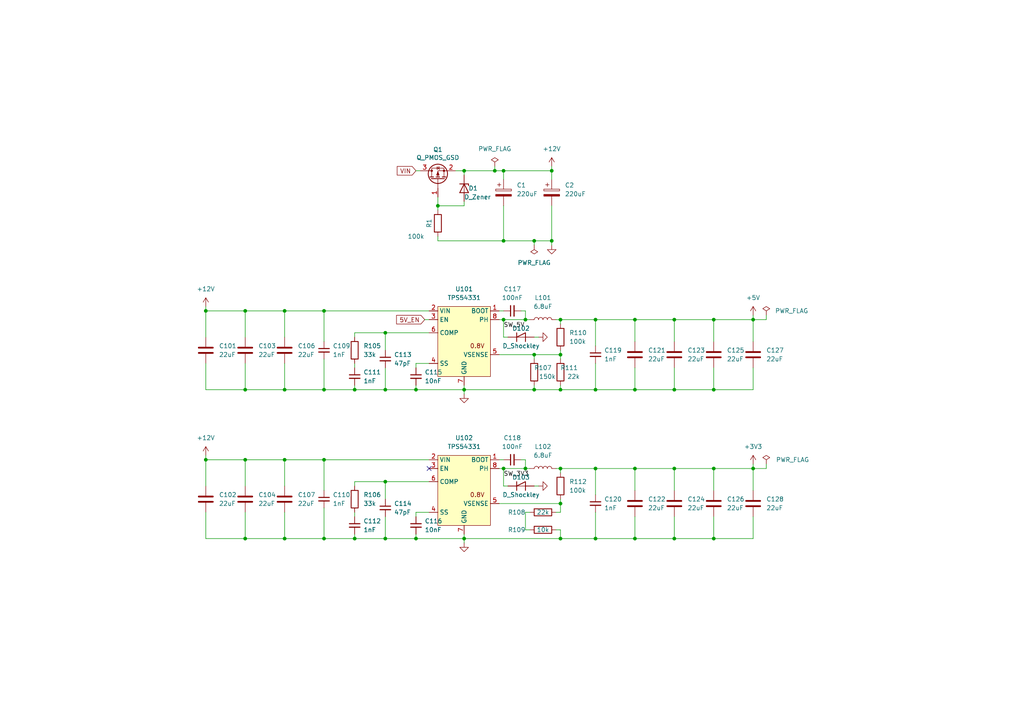
<source format=kicad_sch>
(kicad_sch (version 20211123) (generator eeschema)
  (paper "A4")
  (lib_symbols
    (symbol "Device:C" (pin_numbers hide) (pin_names (offset 0.254))
      (property "Reference" "C" (at 0.635 2.54 0))
      (property "Value" "C" (at 0.635 -2.54 0))
      (symbol "C_0_1"
        (polyline (pts (xy -2.032 -0.762) (xy 2.032 -0.762)) (stroke (width 0.508)))
        (polyline (pts (xy -2.032 0.762) (xy 2.032 0.762)) (stroke (width 0.508)))
      )
      (symbol "C_1_1"
        (pin passive line (at 0 3.81 270) (length 2.794) (name "~") (number "1"))
        (pin passive line (at 0 -3.81 90) (length 2.794) (name "~") (number "2"))
      )
    )
    (symbol "Device:C_Polarized" (pin_numbers hide) (pin_names (offset 0.254))
      (property "Reference" "C" (at 0.635 2.54 0))
      (property "Value" "C_Polarized" (at 0.635 -2.54 0))
      (symbol "C_Polarized_0_1"
        (rectangle (start -2.286 0.508) (end 2.286 1.016))
        (polyline (pts (xy -1.778 2.286) (xy -0.762 2.286)))
        (polyline (pts (xy -1.27 2.794) (xy -1.27 1.778)))
        (rectangle (start 2.286 -0.508) (end -2.286 -1.016) (fill (type outline)))
      )
      (symbol "C_Polarized_1_1"
        (pin passive line (at 0 3.81 270) (length 2.794) (name "~") (number "1"))
        (pin passive line (at 0 -3.81 90) (length 2.794) (name "~") (number "2"))
      )
    )
    (symbol "Device:C_Small" (pin_numbers hide) (pin_names (offset 0.254) hide)
      (property "Reference" "C" (at 0.254 1.778 0))
      (property "Value" "C_Small" (at 0.254 -2.032 0))
      (symbol "C_Small_0_1"
        (polyline (pts (xy -1.524 -0.508) (xy 1.524 -0.508)) (stroke (width 0.3302)))
        (polyline (pts (xy -1.524 0.508) (xy 1.524 0.508)) (stroke (width 0.3048)))
      )
      (symbol "C_Small_1_1"
        (pin passive line (at 0 2.54 270) (length 2.032) (name "~") (number "1"))
        (pin passive line (at 0 -2.54 90) (length 2.032) (name "~") (number "2"))
      )
    )
    (symbol "Device:D_Shockley" (pin_numbers hide) (pin_names (offset 1.016) hide)
      (property "Reference" "D" (at 0 2.54 0))
      (property "Value" "D_Shockley" (at 0 -2.54 0))
      (symbol "D_Shockley_0_1"
        (polyline (pts (xy -1.27 0) (xy 1.27 0)))
        (polyline (pts (xy -1.27 1.27) (xy -1.27 -1.27)) (stroke (width 0.254)))
        (polyline (pts (xy -1.27 0) (xy 1.27 1.27) (xy 1.27 -1.27)) (stroke (width 0.254)))
      )
      (symbol "D_Shockley_1_1"
        (pin passive line (at -3.81 0 0) (length 2.54) (name "K") (number "1"))
        (pin passive line (at 3.81 0 180) (length 2.54) (name "A") (number "2"))
      )
    )
    (symbol "Device:D_Zener" (pin_numbers hide) (pin_names (offset 1.016) hide)
      (property "Reference" "D" (at 0 2.54 0))
      (property "Value" "D_Zener" (at 0 -2.54 0))
      (symbol "D_Zener_0_1"
        (polyline (pts (xy 1.27 0) (xy -1.27 0)))
        (polyline (pts (xy -1.27 -1.27) (xy -1.27 1.27) (xy -0.762 1.27)) (stroke (width 0.254)))
        (polyline (pts (xy 1.27 -1.27) (xy 1.27 1.27) (xy -1.27 0) (xy 1.27 -1.27)) (stroke (width 0.254)))
      )
      (symbol "D_Zener_1_1"
        (pin passive line (at -3.81 0 0) (length 2.54) (name "K") (number "1"))
        (pin passive line (at 3.81 0 180) (length 2.54) (name "A") (number "2"))
      )
    )
    (symbol "Device:L" (pin_numbers hide) (pin_names (offset 1.016) hide)
      (property "Reference" "L" (at -1.27 0 90))
      (property "Value" "L" (at 1.905 0 90))
      (symbol "L_0_1"
        (arc (start 0 -2.54) (mid 0.635 -1.905) (end 0 -1.27))
        (arc (start 0 -1.27) (mid 0.635 -0.635) (end 0 0))
        (arc (start 0 0) (mid 0.635 0.635) (end 0 1.27))
        (arc (start 0 1.27) (mid 0.635 1.905) (end 0 2.54))
      )
      (symbol "L_1_1"
        (pin passive line (at 0 3.81 270) (length 1.27) (name "1") (number "1"))
        (pin passive line (at 0 -3.81 90) (length 1.27) (name "2") (number "2"))
      )
    )
    (symbol "Device:Q_PMOS_GSD" (pin_names (offset 0) hide)
      (property "Reference" "Q" (at 5.08 1.27 0))
      (property "Value" "Q_PMOS_GSD" (at 5.08 -1.27 0))
      (symbol "Q_PMOS_GSD_0_1"
        (polyline (pts (xy 0.254 0) (xy -2.54 0)))
        (polyline (pts (xy 0.254 1.905) (xy 0.254 -1.905)) (stroke (width 0.254)))
        (polyline (pts (xy 0.762 -1.27) (xy 0.762 -2.286)) (stroke (width 0.254)))
        (polyline (pts (xy 0.762 0.508) (xy 0.762 -0.508)) (stroke (width 0.254)))
        (polyline (pts (xy 0.762 2.286) (xy 0.762 1.27)) (stroke (width 0.254)))
        (polyline (pts (xy 2.54 2.54) (xy 2.54 1.778)))
        (polyline (pts (xy 2.54 -2.54) (xy 2.54 0) (xy 0.762 0)))
        (polyline (pts (xy 0.762 1.778) (xy 3.302 1.778) (xy 3.302 -1.778) (xy 0.762 -1.778)))
        (polyline (pts (xy 2.286 0) (xy 1.27 0.381) (xy 1.27 -0.381) (xy 2.286 0)) (fill (type outline)))
        (polyline (pts (xy 2.794 -0.508) (xy 2.921 -0.381) (xy 3.683 -0.381) (xy 3.81 -0.254)))
        (polyline (pts (xy 3.302 -0.381) (xy 2.921 0.254) (xy 3.683 0.254) (xy 3.302 -0.381)))
        (circle (center 1.651 0) (radius 2.794) (stroke (width 0.254)))
        (circle (center 2.54 -1.778) (radius 0.254) (fill (type outline)))
        (circle (center 2.54 1.778) (radius 0.254) (fill (type outline)))
      )
      (symbol "Q_PMOS_GSD_1_1"
        (pin input line (at -5.08 0 0) (length 2.54) (name "G") (number "1"))
        (pin passive line (at 2.54 -5.08 90) (length 2.54) (name "S") (number "2"))
        (pin passive line (at 2.54 5.08 270) (length 2.54) (name "D") (number "3"))
      )
    )
    (symbol "Device:R" (pin_numbers hide) (pin_names (offset 0))
      (property "Reference" "R" (at 2.032 0 90))
      (property "Value" "R" (at 0 0 90))
      (symbol "R_0_1"
        (rectangle (start -1.016 -2.54) (end 1.016 2.54) (stroke (width 0.254)))
      )
      (symbol "R_1_1"
        (pin passive line (at 0 3.81 270) (length 1.27) (name "~") (number "1"))
        (pin passive line (at 0 -3.81 90) (length 1.27) (name "~") (number "2"))
      )
    )
    (symbol "TPS54331_1"
      (property "Reference" "U" (at 0 0 0))
      (property "Value" "TPS54331_1" (at 0 2.54 0))
      (symbol "TPS54331_1_0_0"
        (text "0.8V" (at 5.08 -15.24 0) (effects (font (size 1.27 1.27))))
      )
      (symbol "TPS54331_1_0_1"
        (rectangle (start -6.35 -3.81) (end 8.89 -24.13) (fill (type background)))
      )
      (symbol "TPS54331_1_1_1"
        (pin input line (at 11.43 -5.08 180) (length 2.54) (name "BOOT") (number "1"))
        (pin input line (at -8.89 -5.08 0) (length 2.54) (name "VIN") (number "2"))
        (pin input line (at -8.89 -7.62 0) (length 2.54) (name "EN") (number "3"))
        (pin input line (at -8.89 -20.32 0) (length 2.54) (name "SS") (number "4"))
        (pin input line (at 11.43 -17.78 180) (length 2.54) (name "VSENSE") (number "5"))
        (pin input line (at -8.89 -11.43 0) (length 2.54) (name "COMP") (number "6"))
        (pin input line (at 1.27 -26.67 90) (length 2.54) (name "GND") (number "7"))
        (pin input line (at 11.43 -7.62 180) (length 2.54) (name "PH") (number "8"))
      )
    )
    (symbol "cacophony-symbols:TPS54331"
      (property "Reference" "U" (at 0 0 0))
      (property "Value" "TPS54331" (at 0 2.54 0))
      (symbol "TPS54331_0_0"
        (text "0.8V" (at 5.08 -15.24 0) (effects (font (size 1.27 1.27))))
      )
      (symbol "TPS54331_0_1"
        (rectangle (start -6.35 -3.81) (end 8.89 -24.13) (fill (type background)))
      )
      (symbol "TPS54331_1_1"
        (pin input line (at 11.43 -5.08 180) (length 2.54) (name "BOOT") (number "1"))
        (pin input line (at -8.89 -5.08 0) (length 2.54) (name "VIN") (number "2"))
        (pin input line (at -8.89 -7.62 0) (length 2.54) (name "EN") (number "3"))
        (pin input line (at -8.89 -20.32 0) (length 2.54) (name "SS") (number "4"))
        (pin input line (at 11.43 -17.78 180) (length 2.54) (name "VSENSE") (number "5"))
        (pin input line (at -8.89 -11.43 0) (length 2.54) (name "COMP") (number "6"))
        (pin input line (at 1.27 -26.67 90) (length 2.54) (name "GND") (number "7"))
        (pin input line (at 11.43 -7.62 180) (length 2.54) (name "PH") (number "8"))
      )
    )
    (symbol "power:+12V" (power) (pin_names (offset 0))
      (property "Value" "+12V" (at 0 3.556 0))
      (symbol "+12V_0_1"
        (polyline (pts (xy -0.762 1.27) (xy 0 2.54)))
        (polyline (pts (xy 0 0) (xy 0 2.54)))
        (polyline (pts (xy 0 2.54) (xy 0.762 1.27)))
      )
      (symbol "+12V_1_1"
        (pin power_in line (at 0 0 90) (length 0) hide (name "+12V") (number "1"))
      )
    )
    (symbol "power:+3V3" (power) (pin_names (offset 0))
      (property "Value" "+3V3" (at 0 3.556 0))
      (symbol "+3V3_0_1"
        (polyline (pts (xy -0.762 1.27) (xy 0 2.54)))
        (polyline (pts (xy 0 0) (xy 0 2.54)))
        (polyline (pts (xy 0 2.54) (xy 0.762 1.27)))
      )
      (symbol "+3V3_1_1"
        (pin power_in line (at 0 0 90) (length 0) hide (name "+3V3") (number "1"))
      )
    )
    (symbol "power:+5V" (power) (pin_names (offset 0))
      (property "Value" "+5V" (at 0 3.556 0))
      (symbol "+5V_0_1"
        (polyline (pts (xy -0.762 1.27) (xy 0 2.54)))
        (polyline (pts (xy 0 0) (xy 0 2.54)))
        (polyline (pts (xy 0 2.54) (xy 0.762 1.27)))
      )
      (symbol "+5V_1_1"
        (pin power_in line (at 0 0 90) (length 0) hide (name "+5V") (number "1"))
      )
    )
    (symbol "power:GND" (power) (pin_names (offset 0))
      (property "Value" "GND" (at 0 -3.81 0))
      (symbol "GND_0_1"
        (polyline (pts (xy 0 0) (xy 0 -1.27) (xy 1.27 -1.27) (xy 0 -2.54) (xy -1.27 -1.27) (xy 0 -1.27)))
      )
      (symbol "GND_1_1"
        (pin power_in line (at 0 0 270) (length 0) hide (name "GND") (number "1"))
      )
    )
    (symbol "power:PWR_FLAG" (power) (pin_numbers hide) (pin_names (offset 0) hide)
      (property "Value" "PWR_FLAG" (at 0 3.81 0))
      (symbol "PWR_FLAG_0_0"
        (pin power_out line (at 0 0 90) (length 0) (name "pwr") (number "1"))
      )
      (symbol "PWR_FLAG_0_1"
        (polyline (pts (xy 0 0) (xy 0 1.27) (xy -1.016 1.905) (xy 0 2.54) (xy 1.016 1.905) (xy 0 1.27)))
      )
    )
  )
  (junction (at 146.05 69.85))
  (junction (at 184.15 135.89))
  (junction (at 162.56 113.03))
  (junction (at 207.01 135.89))
  (junction (at 93.98 90.17))
  (junction (at 127 59.69))
  (junction (at 59.69 133.35))
  (junction (at 162.56 135.89))
  (junction (at 162.56 156.21))
  (junction (at 93.98 156.21))
  (junction (at 195.58 92.71))
  (junction (at 195.58 113.03))
  (junction (at 134.62 113.03))
  (junction (at 71.12 156.21))
  (junction (at 111.76 156.21))
  (junction (at 111.76 96.52))
  (junction (at 82.55 156.21))
  (junction (at 184.15 156.21))
  (junction (at 71.12 133.35))
  (junction (at 154.94 102.87))
  (junction (at 93.98 113.03))
  (junction (at 162.56 92.71))
  (junction (at 162.56 102.87))
  (junction (at 152.4 135.89))
  (junction (at 102.87 113.03))
  (junction (at 207.01 92.71))
  (junction (at 154.94 113.03))
  (junction (at 160.02 69.85))
  (junction (at 71.12 113.03))
  (junction (at 143.51 49.53))
  (junction (at 82.55 90.17))
  (junction (at 207.01 156.21))
  (junction (at 93.98 133.35))
  (junction (at 120.65 156.21))
  (junction (at 152.4 92.71))
  (junction (at 184.15 92.71))
  (junction (at 195.58 135.89))
  (junction (at 162.56 146.05))
  (junction (at 195.58 156.21))
  (junction (at 111.76 113.03))
  (junction (at 184.15 113.03))
  (junction (at 218.44 135.89))
  (junction (at 154.94 69.85))
  (junction (at 71.12 90.17))
  (junction (at 172.72 156.21))
  (junction (at 218.44 92.71))
  (junction (at 120.65 113.03))
  (junction (at 207.01 113.03))
  (junction (at 82.55 133.35))
  (junction (at 102.87 156.21))
  (junction (at 82.55 113.03))
  (junction (at 146.05 49.53))
  (junction (at 172.72 135.89))
  (junction (at 172.72 92.71))
  (junction (at 134.62 156.21))
  (junction (at 134.62 49.53))
  (junction (at 160.02 49.53))
  (junction (at 146.05 92.71))
  (junction (at 146.05 135.89))
  (junction (at 59.69 90.17))
  (junction (at 111.76 139.7))
  (junction (at 172.72 113.03))
  (no_connect (at 124.46 135.89))
  (wire (pts (xy 172.72 135.89) (xy 172.72 143.51)))
  (wire (pts (xy 127 59.69) (xy 134.62 59.69)))
  (wire (pts (xy 152.4 135.89) (xy 152.4 133.35)))
  (wire (pts (xy 154.94 113.03) (xy 162.56 113.03)))
  (wire (pts (xy 154.94 102.87) (xy 154.94 104.14)))
  (wire (pts (xy 82.55 90.17) (xy 93.98 90.17)))
  (wire (pts (xy 152.4 135.89) (xy 153.67 135.89)))
  (wire (pts (xy 222.25 92.71) (xy 222.25 91.44)))
  (wire (pts (xy 82.55 113.03) (xy 93.98 113.03)))
  (wire (pts (xy 218.44 92.71) (xy 218.44 99.06)))
  (wire (pts (xy 134.62 113.03) (xy 120.65 113.03)))
  (wire (pts (xy 154.94 69.85) (xy 154.94 71.12)))
  (wire (pts (xy 172.72 156.21) (xy 184.15 156.21)))
  (wire (pts (xy 154.94 97.79) (xy 156.21 97.79)))
  (wire (pts (xy 207.01 149.86) (xy 207.01 156.21)))
  (wire (pts (xy 218.44 135.89) (xy 218.44 142.24)))
  (wire (pts (xy 134.62 156.21) (xy 120.65 156.21)))
  (wire (pts (xy 184.15 113.03) (xy 195.58 113.03)))
  (wire (pts (xy 195.58 156.21) (xy 207.01 156.21)))
  (wire (pts (xy 172.72 135.89) (xy 184.15 135.89)))
  (wire (pts (xy 102.87 105.41) (xy 102.87 106.68)))
  (wire (pts (xy 184.15 135.89) (xy 184.15 142.24)))
  (wire (pts (xy 127 59.69) (xy 127 60.96)))
  (wire (pts (xy 134.62 49.53) (xy 134.62 50.8)))
  (wire (pts (xy 207.01 135.89) (xy 207.01 142.24)))
  (wire (pts (xy 160.02 49.53) (xy 160.02 52.07)))
  (wire (pts (xy 102.87 139.7) (xy 111.76 139.7)))
  (wire (pts (xy 132.08 49.53) (xy 134.62 49.53)))
  (wire (pts (xy 162.56 111.76) (xy 162.56 113.03)))
  (wire (pts (xy 147.32 140.97) (xy 146.05 140.97)))
  (wire (pts (xy 146.05 69.85) (xy 154.94 69.85)))
  (wire (pts (xy 154.94 102.87) (xy 162.56 102.87)))
  (wire (pts (xy 71.12 156.21) (xy 82.55 156.21)))
  (wire (pts (xy 184.15 92.71) (xy 195.58 92.71)))
  (wire (pts (xy 111.76 149.86) (xy 111.76 156.21)))
  (wire (pts (xy 120.65 149.86) (xy 120.65 148.59)))
  (wire (pts (xy 93.98 133.35) (xy 93.98 142.24)))
  (wire (pts (xy 127 68.58) (xy 127 69.85)))
  (wire (pts (xy 59.69 113.03) (xy 71.12 113.03)))
  (wire (pts (xy 93.98 113.03) (xy 102.87 113.03)))
  (wire (pts (xy 134.62 49.53) (xy 143.51 49.53)))
  (wire (pts (xy 184.15 156.21) (xy 195.58 156.21)))
  (wire (pts (xy 184.15 113.03) (xy 184.15 106.68)))
  (wire (pts (xy 71.12 90.17) (xy 71.12 97.79)))
  (wire (pts (xy 134.62 156.21) (xy 162.56 156.21)))
  (wire (pts (xy 144.78 92.71) (xy 146.05 92.71)))
  (wire (pts (xy 82.55 133.35) (xy 71.12 133.35)))
  (wire (pts (xy 59.69 133.35) (xy 59.69 140.97)))
  (wire (pts (xy 146.05 49.53) (xy 146.05 52.07)))
  (wire (pts (xy 153.67 153.67) (xy 152.4 153.67)))
  (wire (pts (xy 172.72 113.03) (xy 184.15 113.03)))
  (wire (pts (xy 71.12 148.59) (xy 71.12 156.21)))
  (wire (pts (xy 184.15 135.89) (xy 195.58 135.89)))
  (wire (pts (xy 102.87 156.21) (xy 102.87 154.94)))
  (wire (pts (xy 146.05 69.85) (xy 127 69.85)))
  (wire (pts (xy 161.29 148.59) (xy 162.56 148.59)))
  (wire (pts (xy 195.58 92.71) (xy 207.01 92.71)))
  (wire (pts (xy 71.12 133.35) (xy 71.12 140.97)))
  (wire (pts (xy 147.32 97.79) (xy 146.05 97.79)))
  (wire (pts (xy 102.87 140.97) (xy 102.87 139.7)))
  (wire (pts (xy 102.87 148.59) (xy 102.87 149.86)))
  (wire (pts (xy 71.12 113.03) (xy 82.55 113.03)))
  (wire (pts (xy 144.78 133.35) (xy 146.05 133.35)))
  (wire (pts (xy 154.94 111.76) (xy 154.94 113.03)))
  (wire (pts (xy 184.15 156.21) (xy 184.15 149.86)))
  (wire (pts (xy 184.15 92.71) (xy 184.15 99.06)))
  (wire (pts (xy 162.56 113.03) (xy 172.72 113.03)))
  (wire (pts (xy 59.69 88.9) (xy 59.69 90.17)))
  (wire (pts (xy 162.56 93.98) (xy 162.56 92.71)))
  (wire (pts (xy 152.4 90.17) (xy 151.13 90.17)))
  (wire (pts (xy 162.56 146.05) (xy 162.56 144.78)))
  (wire (pts (xy 93.98 156.21) (xy 102.87 156.21)))
  (wire (pts (xy 162.56 135.89) (xy 161.29 135.89)))
  (wire (pts (xy 71.12 105.41) (xy 71.12 113.03)))
  (wire (pts (xy 134.62 113.03) (xy 134.62 114.3)))
  (wire (pts (xy 162.56 92.71) (xy 172.72 92.71)))
  (wire (pts (xy 152.4 148.59) (xy 153.67 148.59)))
  (wire (pts (xy 102.87 113.03) (xy 102.87 111.76)))
  (wire (pts (xy 146.05 49.53) (xy 160.02 49.53)))
  (wire (pts (xy 152.4 92.71) (xy 152.4 90.17)))
  (wire (pts (xy 59.69 133.35) (xy 71.12 133.35)))
  (wire (pts (xy 111.76 113.03) (xy 102.87 113.03)))
  (wire (pts (xy 120.65 148.59) (xy 124.46 148.59)))
  (wire (pts (xy 120.65 113.03) (xy 120.65 111.76)))
  (wire (pts (xy 120.65 156.21) (xy 111.76 156.21)))
  (wire (pts (xy 160.02 69.85) (xy 160.02 71.12)))
  (wire (pts (xy 144.78 146.05) (xy 162.56 146.05)))
  (wire (pts (xy 134.62 154.94) (xy 134.62 156.21)))
  (wire (pts (xy 134.62 58.42) (xy 134.62 59.69)))
  (wire (pts (xy 218.44 92.71) (xy 222.25 92.71)))
  (wire (pts (xy 172.72 92.71) (xy 172.72 100.33)))
  (wire (pts (xy 195.58 113.03) (xy 207.01 113.03)))
  (wire (pts (xy 218.44 156.21) (xy 218.44 149.86)))
  (wire (pts (xy 218.44 91.44) (xy 218.44 92.71)))
  (wire (pts (xy 207.01 135.89) (xy 218.44 135.89)))
  (wire (pts (xy 111.76 139.7) (xy 111.76 144.78)))
  (wire (pts (xy 154.94 140.97) (xy 156.21 140.97)))
  (wire (pts (xy 161.29 153.67) (xy 162.56 153.67)))
  (wire (pts (xy 82.55 105.41) (xy 82.55 113.03)))
  (wire (pts (xy 111.76 139.7) (xy 124.46 139.7)))
  (wire (pts (xy 124.46 92.71) (xy 123.19 92.71)))
  (wire (pts (xy 207.01 113.03) (xy 218.44 113.03)))
  (wire (pts (xy 146.05 59.69) (xy 146.05 69.85)))
  (wire (pts (xy 143.51 49.53) (xy 146.05 49.53)))
  (wire (pts (xy 218.44 135.89) (xy 222.25 135.89)))
  (wire (pts (xy 222.25 134.62) (xy 222.25 135.89)))
  (wire (pts (xy 71.12 90.17) (xy 82.55 90.17)))
  (wire (pts (xy 82.55 90.17) (xy 82.55 97.79)))
  (wire (pts (xy 59.69 148.59) (xy 59.69 156.21)))
  (wire (pts (xy 111.76 96.52) (xy 124.46 96.52)))
  (wire (pts (xy 207.01 156.21) (xy 218.44 156.21)))
  (wire (pts (xy 93.98 133.35) (xy 124.46 133.35)))
  (wire (pts (xy 162.56 137.16) (xy 162.56 135.89)))
  (wire (pts (xy 82.55 148.59) (xy 82.55 156.21)))
  (wire (pts (xy 172.72 92.71) (xy 184.15 92.71)))
  (wire (pts (xy 102.87 96.52) (xy 111.76 96.52)))
  (wire (pts (xy 111.76 156.21) (xy 102.87 156.21)))
  (wire (pts (xy 207.01 92.71) (xy 218.44 92.71)))
  (wire (pts (xy 172.72 148.59) (xy 172.72 156.21)))
  (wire (pts (xy 218.44 113.03) (xy 218.44 106.68)))
  (wire (pts (xy 143.51 49.53) (xy 143.51 48.26)))
  (wire (pts (xy 144.78 102.87) (xy 154.94 102.87)))
  (wire (pts (xy 195.58 92.71) (xy 195.58 99.06)))
  (wire (pts (xy 207.01 92.71) (xy 207.01 99.06)))
  (wire (pts (xy 93.98 104.14) (xy 93.98 113.03)))
  (wire (pts (xy 162.56 102.87) (xy 162.56 101.6)))
  (wire (pts (xy 120.65 105.41) (xy 124.46 105.41)))
  (wire (pts (xy 120.65 156.21) (xy 120.65 154.94)))
  (wire (pts (xy 102.87 97.79) (xy 102.87 96.52)))
  (wire (pts (xy 152.4 92.71) (xy 153.67 92.71)))
  (wire (pts (xy 120.65 49.53) (xy 121.92 49.53)))
  (wire (pts (xy 93.98 90.17) (xy 93.98 99.06)))
  (wire (pts (xy 162.56 146.05) (xy 162.56 148.59)))
  (wire (pts (xy 154.94 69.85) (xy 160.02 69.85)))
  (wire (pts (xy 195.58 135.89) (xy 207.01 135.89)))
  (wire (pts (xy 59.69 105.41) (xy 59.69 113.03)))
  (wire (pts (xy 111.76 96.52) (xy 111.76 101.6)))
  (wire (pts (xy 162.56 92.71) (xy 161.29 92.71)))
  (wire (pts (xy 124.46 90.17) (xy 93.98 90.17)))
  (wire (pts (xy 127 59.69) (xy 127 57.15)))
  (wire (pts (xy 146.05 135.89) (xy 152.4 135.89)))
  (wire (pts (xy 120.65 113.03) (xy 111.76 113.03)))
  (wire (pts (xy 162.56 102.87) (xy 162.56 104.14)))
  (wire (pts (xy 172.72 105.41) (xy 172.72 113.03)))
  (wire (pts (xy 144.78 135.89) (xy 146.05 135.89)))
  (wire (pts (xy 59.69 156.21) (xy 71.12 156.21)))
  (wire (pts (xy 93.98 147.32) (xy 93.98 156.21)))
  (wire (pts (xy 93.98 133.35) (xy 82.55 133.35)))
  (wire (pts (xy 195.58 156.21) (xy 195.58 149.86)))
  (wire (pts (xy 162.56 135.89) (xy 172.72 135.89)))
  (wire (pts (xy 218.44 134.62) (xy 218.44 135.89)))
  (wire (pts (xy 59.69 132.08) (xy 59.69 133.35)))
  (wire (pts (xy 146.05 92.71) (xy 152.4 92.71)))
  (wire (pts (xy 111.76 106.68) (xy 111.76 113.03)))
  (wire (pts (xy 120.65 106.68) (xy 120.65 105.41)))
  (wire (pts (xy 162.56 153.67) (xy 162.56 156.21)))
  (wire (pts (xy 146.05 140.97) (xy 146.05 135.89)))
  (wire (pts (xy 160.02 48.26) (xy 160.02 49.53)))
  (wire (pts (xy 195.58 113.03) (xy 195.58 106.68)))
  (wire (pts (xy 134.62 156.21) (xy 134.62 157.48)))
  (wire (pts (xy 152.4 133.35) (xy 151.13 133.35)))
  (wire (pts (xy 144.78 90.17) (xy 146.05 90.17)))
  (wire (pts (xy 152.4 153.67) (xy 152.4 148.59)))
  (wire (pts (xy 82.55 133.35) (xy 82.55 140.97)))
  (wire (pts (xy 162.56 156.21) (xy 172.72 156.21)))
  (wire (pts (xy 207.01 106.68) (xy 207.01 113.03)))
  (wire (pts (xy 160.02 69.85) (xy 160.02 59.69)))
  (wire (pts (xy 71.12 90.17) (xy 59.69 90.17)))
  (wire (pts (xy 146.05 97.79) (xy 146.05 92.71)))
  (wire (pts (xy 134.62 111.76) (xy 134.62 113.03)))
  (wire (pts (xy 59.69 90.17) (xy 59.69 97.79)))
  (wire (pts (xy 82.55 156.21) (xy 93.98 156.21)))
  (wire (pts (xy 195.58 135.89) (xy 195.58 142.24)))
  (wire (pts (xy 134.62 113.03) (xy 154.94 113.03)))
  (label "SW_5V" (at 146.05 95.25 0))
  (label "SW_3V3" (at 146.05 138.43 0))
  (global_label "VIN" (shape input) (at 120.65 49.53 180) (property "Intersheet References" "${INTERSHEET_REFS}" (effects hide)))
  (global_label "5V_EN" (shape input) (at 123.19 92.71 180) (property "Intersheet References" "${INTERSHEET_REFS}" (effects hide)))
  (symbol (lib_id "Device:D_Shockley") (at 151.13 140.97 0) (unit 1)
    (property "Reference" "D103" (at 151.13 138.43 0))
    (property "Value" "D_Shockley" (at 151.13 143.51 0))
    (property "Footprint" "Diode_SMD:D_SMA" (effects hide))
    (property "LCSC" "C22452" (effects hide))
  )
  (symbol (lib_id "Device:R") (at 154.94 107.95 180) (unit 1)
    (property "Reference" "R107" (at 157.48 106.68 0))
    (property "Value" "150k" (at 158.75 109.22 0))
    (property "Footprint" "Resistor_SMD:R_0402_1005Metric" (effects hide))
    (property "LCSC" "C25755" (effects hide))
  )
  (symbol (lib_id "Device:C") (at 82.55 101.6 0) (unit 1)
    (property "Reference" "C106" (at 86.36 100.3299 0) (effects (justify left)))
    (property "Value" "22uF" (at 86.36 102.8699 0) (effects (justify left)))
    (property "Footprint" "Capacitor_SMD:C_0805_2012Metric" (effects hide))
    (property "LCSC" "C602037" (effects hide))
  )
  (symbol (lib_id "power:+12V") (at 160.02 48.26 0) (unit 1)
    (property "Reference" "#PWR0141" (effects hide))
    (property "Value" "+12V" (at 160.02 43.18 0))
  )
  (symbol (lib_id "Device:C_Small") (at 102.87 109.22 0) (unit 1)
    (property "Reference" "C111" (at 105.41 107.9562 0) (effects (justify left)))
    (property "Value" "1nF" (at 105.41 110.4962 0) (effects (justify left)))
    (property "Footprint" "Capacitor_SMD:C_0402_1005Metric" (effects hide))
    (property "LCSC" "C1523" (effects hide))
  )
  (symbol (lib_id "power:+12V") (at 59.69 132.08 0) (unit 1)
    (property "Reference" "#PWR0142" (effects hide))
    (property "Value" "+12V" (at 59.69 127 0))
  )
  (symbol (lib_id "Device:L") (at 157.48 135.89 90) (unit 1)
    (property "Reference" "L102" (at 157.48 129.54 90))
    (property "Value" "6.8uF" (at 157.48 132.08 90))
    (property "Footprint" "cacophony-footprints:IND-SMD_L8.0-W8.0_1217AS" (effects hide))
    (property "LCSC" "C83465" (effects hide))
  )
  (symbol (lib_id "Device:C") (at 207.01 146.05 0) (unit 1)
    (property "Reference" "C126" (at 210.82 144.7799 0) (effects (justify left)))
    (property "Value" "22uF" (at 210.82 147.3199 0) (effects (justify left)))
    (property "Footprint" "Capacitor_SMD:C_0603_1608Metric" (effects hide))
    (property "LCSC" "C86295" (effects hide))
  )
  (symbol (lib_id "Device:R") (at 127 64.77 0) (unit 1)
    (property "Reference" "R1" (at 124.46 64.77 90))
    (property "Value" "100k" (at 120.65 68.58 0))
    (property "Footprint" "Resistor_SMD:R_0402_1005Metric" (effects hide))
    (property "LCSC" "C25741" (effects hide))
  )
  (symbol (lib_id "Device:C_Small") (at 111.76 147.32 0) (unit 1)
    (property "Reference" "C114" (at 114.3 146.0562 0) (effects (justify left)))
    (property "Value" "47pF" (at 114.3 148.5962 0) (effects (justify left)))
    (property "Footprint" "Capacitor_SMD:C_0402_1005Metric" (effects hide))
    (property "LCSC" "C1567" (effects hide))
  )
  (symbol (lib_id "Device:C") (at 184.15 102.87 0) (unit 1)
    (property "Reference" "C121" (at 187.96 101.5999 0) (effects (justify left)))
    (property "Value" "22uF" (at 187.96 104.1399 0) (effects (justify left)))
    (property "Footprint" "Capacitor_SMD:C_0603_1608Metric" (effects hide))
    (property "LCSC" "C86295" (effects hide))
  )
  (symbol (lib_id "Device:C_Small") (at 172.72 102.87 0) (unit 1)
    (property "Reference" "C119" (at 175.26 101.6062 0) (effects (justify left)))
    (property "Value" "1nF" (at 175.26 104.1462 0) (effects (justify left)))
    (property "Footprint" "Capacitor_SMD:C_0402_1005Metric" (effects hide))
    (property "LCSC" "C1523" (effects hide))
  )
  (symbol (lib_id "Device:C") (at 195.58 146.05 0) (unit 1)
    (property "Reference" "C124" (at 199.39 144.7799 0) (effects (justify left)))
    (property "Value" "22uF" (at 199.39 147.3199 0) (effects (justify left)))
    (property "Footprint" "Capacitor_SMD:C_0603_1608Metric" (effects hide))
    (property "LCSC" "C86295" (effects hide))
  )
  (symbol (lib_id "Device:C_Polarized") (at 160.02 55.88 0) (unit 1)
    (property "Reference" "C2" (at 163.83 53.7209 0) (effects (justify left)))
    (property "Value" "220uF" (at 163.83 56.2609 0) (effects (justify left)))
    (property "Footprint" "Capacitor_SMD:CP_Elec_8x10" (effects hide))
    (property "LCSC" "C2895286" (effects hide))
  )
  (symbol (lib_id "Device:C") (at 218.44 146.05 0) (unit 1)
    (property "Reference" "C128" (at 222.25 144.7799 0) (effects (justify left)))
    (property "Value" "22uF" (at 222.25 147.3199 0) (effects (justify left)))
    (property "Footprint" "Capacitor_SMD:C_0603_1608Metric" (effects hide))
    (property "LCSC" "C86295" (effects hide))
  )
  (symbol (lib_id "power:PWR_FLAG") (at 143.51 48.26 0) (unit 1)
    (property "Reference" "#FLG0103" (effects hide))
    (property "Value" "PWR_FLAG" (at 143.51 43.18 0))
  )
  (symbol (lib_id "Device:C_Small") (at 93.98 101.6 0) (unit 1)
    (property "Reference" "C109" (at 96.52 100.3362 0) (effects (justify left)))
    (property "Value" "1nF" (at 96.52 102.8762 0) (effects (justify left)))
    (property "Footprint" "Capacitor_SMD:C_0402_1005Metric" (effects hide))
    (property "LCSC" "C1523" (effects hide))
  )
  (symbol (lib_id "power:+5V") (at 218.44 91.44 0) (unit 1)
    (property "Reference" "#PWR0117" (effects hide))
    (property "Value" "+5V" (at 218.44 86.36 0))
  )
  (symbol (lib_id "power:+12V") (at 59.69 88.9 0) (unit 1)
    (property "Reference" "#PWR0143" (effects hide))
    (property "Value" "+12V" (at 59.69 83.82 0))
  )
  (symbol (lib_id "Device:D_Zener") (at 134.62 54.61 270) (unit 1)
    (property "Reference" "D1" (at 135.89 54.61 90) (effects (justify left)))
    (property "Value" "D_Zener" (at 134.62 57.15 90) (effects (justify left)))
    (property "Footprint" "cacophony-footprints:LL-34_L3.5-W1.5-RD" (effects hide))
    (property "LCSC" "C8062" (effects hide))
  )
  (symbol (lib_id "Device:R") (at 162.56 97.79 0) (unit 1)
    (property "Reference" "R110" (at 165.1 96.5199 0) (effects (justify left)))
    (property "Value" "100k" (at 165.1 99.0599 0) (effects (justify left)))
    (property "Footprint" "Resistor_SMD:R_0402_1005Metric" (effects hide))
    (property "LCSC" "C25741" (effects hide))
  )
  (symbol (lib_id "power:GND") (at 134.62 157.48 0) (unit 1)
    (property "Reference" "#PWR0135" (effects hide))
    (property "Value" "GND" (effects hide))
  )
  (symbol (lib_id "Device:C_Small") (at 120.65 152.4 0) (unit 1)
    (property "Reference" "C116" (at 123.19 151.1362 0) (effects (justify left)))
    (property "Value" "10nF" (at 123.19 153.6762 0) (effects (justify left)))
    (property "Footprint" "Capacitor_SMD:C_0402_1005Metric" (effects hide))
    (property "LCSC" "C15195" (effects hide))
  )
  (symbol (lib_id "Device:C") (at 59.69 101.6 0) (unit 1)
    (property "Reference" "C101" (at 63.5 100.3299 0) (effects (justify left)))
    (property "Value" "22uF" (at 63.5 102.8699 0) (effects (justify left)))
    (property "Footprint" "Capacitor_SMD:C_0805_2012Metric" (effects hide))
    (property "LCSC" "C602037" (effects hide))
  )
  (symbol (lib_id "Device:C_Small") (at 93.98 144.78 0) (unit 1)
    (property "Reference" "C110" (at 96.52 143.5162 0) (effects (justify left)))
    (property "Value" "1nF" (at 96.52 146.0562 0) (effects (justify left)))
    (property "Footprint" "Capacitor_SMD:C_0402_1005Metric" (effects hide))
    (property "LCSC" "C1523" (effects hide))
  )
  (symbol (lib_name "TPS54331_1") (lib_id "cacophony-symbols:TPS54331") (at 133.35 85.09 0) (unit 1)
    (property "Reference" "U101" (at 134.62 83.82 0))
    (property "Value" "TPS54331" (at 134.62 86.36 0))
    (property "Footprint" "Package_SO:SO-8_3.9x4.9mm_P1.27mm" (effects hide))
    (property "Datasheet" "https://www.ti.com/lit/ds/symlink/tps54331.pdf?ts=1645414638128&ref_url=https%253A%252F%252Fwww.ti.com%252Fproduct%252FTPS54331%253Futm_source%253Dsupplyframe%2526utm_medium%253DSEP%2526utm_campaign%253Dnot_alldatasheet%2526DCM%253Dyes%2526dclid%253DCK-A3uLgj_YCFfKeSwUdmicKLQ" (effects hide))
    (property "LCSC" "C9865" (effects hide))
  )
  (symbol (lib_id "Device:R") (at 102.87 144.78 0) (unit 1)
    (property "Reference" "R106" (at 105.41 143.5099 0) (effects (justify left)))
    (property "Value" "33k" (at 105.41 146.05 0) (effects (justify left)))
    (property "Footprint" "Resistor_SMD:R_0402_1005Metric" (effects hide))
    (property "LCSC" "C25779" (effects hide))
  )
  (symbol (lib_id "Device:C_Small") (at 111.76 104.14 0) (unit 1)
    (property "Reference" "C113" (at 114.3 102.8762 0) (effects (justify left)))
    (property "Value" "47pF" (at 114.3 105.4162 0) (effects (justify left)))
    (property "Footprint" "Capacitor_SMD:C_0402_1005Metric" (effects hide))
    (property "LCSC" "C1567" (effects hide))
  )
  (symbol (lib_id "cacophony-symbols:TPS54331") (at 133.35 128.27 0) (unit 1)
    (property "Reference" "U102" (at 134.62 127 0))
    (property "Value" "TPS54331" (at 134.62 129.54 0))
    (property "Footprint" "Package_SO:SO-8_3.9x4.9mm_P1.27mm" (effects hide))
    (property "Datasheet" "https://www.ti.com/lit/ds/symlink/tps54331.pdf?ts=1645414638128&ref_url=https%253A%252F%252Fwww.ti.com%252Fproduct%252FTPS54331%253Futm_source%253Dsupplyframe%2526utm_medium%253DSEP%2526utm_campaign%253Dnot_alldatasheet%2526DCM%253Dyes%2526dclid%253DCK-A3uLgj_YCFfKeSwUdmicKLQ" (effects hide))
    (property "LCSC" "C9865" (effects hide))
  )
  (symbol (lib_id "Device:C") (at 207.01 102.87 0) (unit 1)
    (property "Reference" "C125" (at 210.82 101.5999 0) (effects (justify left)))
    (property "Value" "22uF" (at 210.82 104.1399 0) (effects (justify left)))
    (property "Footprint" "Capacitor_SMD:C_0603_1608Metric" (effects hide))
    (property "LCSC" "C86295" (effects hide))
  )
  (symbol (lib_id "Device:C_Polarized") (at 146.05 55.88 0) (unit 1)
    (property "Reference" "C1" (at 149.86 53.7209 0) (effects (justify left)))
    (property "Value" "220uF" (at 149.86 56.2609 0) (effects (justify left)))
    (property "Footprint" "Capacitor_SMD:CP_Elec_8x10" (effects hide))
    (property "LCSC" "C2895286" (effects hide))
  )
  (symbol (lib_id "power:GND") (at 156.21 97.79 90) (unit 1)
    (property "Reference" "#PWR0134" (effects hide))
    (property "Value" "GND" (effects hide))
  )
  (symbol (lib_id "power:GND") (at 156.21 140.97 90) (unit 1)
    (property "Reference" "#PWR0137" (effects hide))
    (property "Value" "GND" (effects hide))
  )
  (symbol (lib_id "Device:R") (at 157.48 148.59 90) (unit 1)
    (property "Reference" "R108" (at 149.86 148.59 90))
    (property "Value" "22k" (at 157.48 148.59 90))
    (property "Footprint" "Resistor_SMD:R_0402_1005Metric" (effects hide))
    (property "LCSC" "C25768" (effects hide))
  )
  (symbol (lib_id "Device:C") (at 195.58 102.87 0) (unit 1)
    (property "Reference" "C123" (at 199.39 101.5999 0) (effects (justify left)))
    (property "Value" "22uF" (at 199.39 104.1399 0) (effects (justify left)))
    (property "Footprint" "Capacitor_SMD:C_0603_1608Metric" (effects hide))
    (property "LCSC" "C86295" (effects hide))
  )
  (symbol (lib_id "Device:C") (at 71.12 101.6 0) (unit 1)
    (property "Reference" "C103" (at 74.93 100.3299 0) (effects (justify left)))
    (property "Value" "22uF" (at 74.93 102.8699 0) (effects (justify left)))
    (property "Footprint" "Capacitor_SMD:C_0805_2012Metric" (effects hide))
    (property "LCSC" "C602037" (effects hide))
  )
  (symbol (lib_id "Device:L") (at 157.48 92.71 90) (unit 1)
    (property "Reference" "L101" (at 157.48 86.36 90))
    (property "Value" "6.8uF" (at 157.48 88.9 90))
    (property "Footprint" "cacophony-footprints:IND-SMD_L8.0-W8.0_1217AS" (effects hide))
    (property "LCSC" "C83465" (effects hide))
  )
  (symbol (lib_id "Device:C") (at 82.55 144.78 0) (unit 1)
    (property "Reference" "C107" (at 86.36 143.5099 0) (effects (justify left)))
    (property "Value" "22uF" (at 86.36 146.0499 0) (effects (justify left)))
    (property "Footprint" "Capacitor_SMD:C_0805_2012Metric" (effects hide))
    (property "LCSC" "C602037" (effects hide))
  )
  (symbol (lib_id "power:PWR_FLAG") (at 222.25 91.44 0) (unit 1)
    (property "Reference" "#FLG0106" (effects hide))
    (property "Value" "PWR_FLAG" (at 224.79 90.1699 0) (effects (justify left)))
  )
  (symbol (lib_id "Device:C_Small") (at 172.72 146.05 0) (unit 1)
    (property "Reference" "C120" (at 175.26 144.7862 0) (effects (justify left)))
    (property "Value" "1nF" (at 175.26 147.3262 0) (effects (justify left)))
    (property "Footprint" "Capacitor_SMD:C_0402_1005Metric" (effects hide))
    (property "LCSC" "C1523" (effects hide))
  )
  (symbol (lib_id "Device:R") (at 162.56 140.97 0) (unit 1)
    (property "Reference" "R112" (at 165.1 139.6999 0) (effects (justify left)))
    (property "Value" "100k" (at 165.1 142.2399 0) (effects (justify left)))
    (property "Footprint" "Resistor_SMD:R_0402_1005Metric" (effects hide))
    (property "LCSC" "C25741" (effects hide))
  )
  (symbol (lib_id "Device:C_Small") (at 102.87 152.4 0) (unit 1)
    (property "Reference" "C112" (at 105.41 151.1362 0) (effects (justify left)))
    (property "Value" "1nF" (at 105.41 153.6762 0) (effects (justify left)))
    (property "Footprint" "Capacitor_SMD:C_0402_1005Metric" (effects hide))
    (property "LCSC" "C1523" (effects hide))
  )
  (symbol (lib_id "power:+3V3") (at 218.44 134.62 0) (unit 1)
    (property "Reference" "#PWR0144" (effects hide))
    (property "Value" "+3V3" (at 218.44 129.54 0))
  )
  (symbol (lib_id "Device:C_Small") (at 120.65 109.22 0) (unit 1)
    (property "Reference" "C115" (at 123.19 107.9562 0) (effects (justify left)))
    (property "Value" "10nF" (at 123.19 110.4962 0) (effects (justify left)))
    (property "Footprint" "Capacitor_SMD:C_0402_1005Metric" (effects hide))
    (property "LCSC" "C15195" (effects hide))
  )
  (symbol (lib_id "power:PWR_FLAG") (at 222.25 134.62 0) (unit 1)
    (property "Reference" "#FLG0105" (effects hide))
    (property "Value" "PWR_FLAG" (at 229.87 133.35 0))
  )
  (symbol (lib_id "power:PWR_FLAG") (at 154.94 71.12 180) (unit 1)
    (property "Reference" "#FLG0104" (effects hide))
    (property "Value" "PWR_FLAG" (at 154.94 76.2 0))
  )
  (symbol (lib_id "Device:R") (at 102.87 101.6 0) (unit 1)
    (property "Reference" "R105" (at 105.41 100.3299 0) (effects (justify left)))
    (property "Value" "33k" (at 105.41 102.87 0) (effects (justify left)))
    (property "Footprint" "Resistor_SMD:R_0402_1005Metric" (effects hide))
    (property "LCSC" "C25779" (effects hide))
  )
  (symbol (lib_id "Device:C_Small") (at 148.59 133.35 90) (unit 1)
    (property "Reference" "C118" (at 148.5963 127 90))
    (property "Value" "100nF" (at 148.5963 129.54 90))
    (property "Footprint" "Capacitor_SMD:C_0402_1005Metric" (effects hide))
    (property "LCSC" "C307331" (effects hide))
  )
  (symbol (lib_id "Device:D_Shockley") (at 151.13 97.79 0) (unit 1)
    (property "Reference" "D102" (at 151.13 95.25 0))
    (property "Value" "D_Shockley" (at 151.13 100.33 0))
    (property "Footprint" "Diode_SMD:D_SMA" (effects hide))
    (property "LCSC" "C22452" (effects hide))
  )
  (symbol (lib_id "Device:R") (at 162.56 107.95 180) (unit 1)
    (property "Reference" "R111" (at 165.1 106.68 0))
    (property "Value" "22k" (at 166.37 109.22 0))
    (property "Footprint" "Resistor_SMD:R_0402_1005Metric" (effects hide))
    (property "LCSC" "C25768" (effects hide))
  )
  (symbol (lib_id "Device:Q_PMOS_GSD") (at 127 52.07 90) (unit 1)
    (property "Reference" "Q1" (at 127 43.3832 90))
    (property "Value" "Q_PMOS_GSD" (at 127 45.72 90))
    (property "Footprint" "Package_TO_SOT_SMD:SOT-23" (effects hide))
    (property "LCSC" "C15127" (effects hide))
  )
  (symbol (lib_id "Device:C") (at 59.69 144.78 0) (unit 1)
    (property "Reference" "C102" (at 63.5 143.5099 0) (effects (justify left)))
    (property "Value" "22uF" (at 63.5 146.0499 0) (effects (justify left)))
    (property "Footprint" "Capacitor_SMD:C_0805_2012Metric" (effects hide))
    (property "LCSC" "C602037" (effects hide))
  )
  (symbol (lib_id "Device:R") (at 157.48 153.67 90) (unit 1)
    (property "Reference" "R109" (at 149.86 153.67 90))
    (property "Value" "10k" (at 157.48 153.67 90))
    (property "Footprint" "Resistor_SMD:R_0402_1005Metric" (effects hide))
    (property "LCSC" "C25744" (effects hide))
  )
  (symbol (lib_id "Device:C_Small") (at 148.59 90.17 90) (unit 1)
    (property "Reference" "C117" (at 148.5963 83.82 90))
    (property "Value" "100nF" (at 148.5963 86.36 90))
    (property "Footprint" "Capacitor_SMD:C_0402_1005Metric" (effects hide))
    (property "LCSC" "C307331" (effects hide))
  )
  (symbol (lib_id "power:GND") (at 160.02 71.12 0) (unit 1)
    (property "Reference" "#PWR0132" (effects hide))
    (property "Value" "GND" (effects hide))
  )
  (symbol (lib_id "Device:C") (at 218.44 102.87 0) (unit 1)
    (property "Reference" "C127" (at 222.25 101.5999 0) (effects (justify left)))
    (property "Value" "22uF" (at 222.25 104.1399 0) (effects (justify left)))
    (property "Footprint" "Capacitor_SMD:C_0603_1608Metric" (effects hide))
    (property "LCSC" "C86295" (effects hide))
  )
  (symbol (lib_id "Device:C") (at 184.15 146.05 0) (unit 1)
    (property "Reference" "C122" (at 187.96 144.7799 0) (effects (justify left)))
    (property "Value" "22uF" (at 187.96 147.3199 0) (effects (justify left)))
    (property "Footprint" "Capacitor_SMD:C_0603_1608Metric" (effects hide))
    (property "LCSC" "C86295" (effects hide))
  )
  (symbol (lib_id "power:GND") (at 134.62 114.3 0) (unit 1)
    (property "Reference" "#PWR0136" (effects hide))
    (property "Value" "GND" (effects hide))
  )
  (symbol (lib_id "Device:C") (at 71.12 144.78 0) (unit 1)
    (property "Reference" "C104" (at 74.93 143.5099 0) (effects (justify left)))
    (property "Value" "22uF" (at 74.93 146.0499 0) (effects (justify left)))
    (property "Footprint" "Capacitor_SMD:C_0805_2012Metric" (effects hide))
    (property "LCSC" "C602037" (effects hide))
  )
)
</source>
